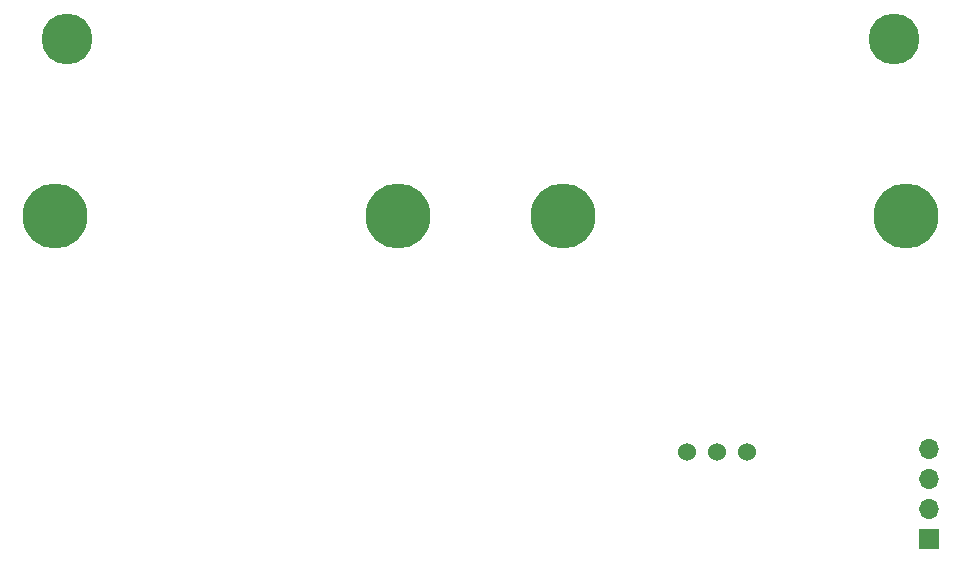
<source format=gbr>
%TF.GenerationSoftware,KiCad,Pcbnew,6.99.0-unknown-c34fb494b1~148~ubuntu20.04.1*%
%TF.CreationDate,2022-06-23T00:09:45+02:00*%
%TF.ProjectId,optimizer,6f707469-6d69-47a6-9572-2e6b69636164,rev?*%
%TF.SameCoordinates,Original*%
%TF.FileFunction,Soldermask,Bot*%
%TF.FilePolarity,Negative*%
%FSLAX46Y46*%
G04 Gerber Fmt 4.6, Leading zero omitted, Abs format (unit mm)*
G04 Created by KiCad (PCBNEW 6.99.0-unknown-c34fb494b1~148~ubuntu20.04.1) date 2022-06-23 00:09:45*
%MOMM*%
%LPD*%
G01*
G04 APERTURE LIST*
%ADD10C,4.300000*%
%ADD11C,5.500000*%
%ADD12C,1.524000*%
%ADD13R,1.700000X1.700000*%
%ADD14O,1.700000X1.700000*%
G04 APERTURE END LIST*
D10*
%TO.C,H1*%
X121000000Y-100000000D03*
%TD*%
%TO.C,H2*%
X191000000Y-100000000D03*
%TD*%
D11*
%TO.C,J2*%
X120000000Y-115000000D03*
%TD*%
D12*
%TO.C,X1*%
X178540000Y-135000000D03*
X176000000Y-135000000D03*
X173460000Y-135000000D03*
%TD*%
D11*
%TO.C,J1*%
X149000000Y-115000000D03*
%TD*%
%TO.C,J4*%
X192000000Y-115000000D03*
%TD*%
D13*
%TO.C,J5*%
X193999999Y-142299999D03*
D14*
X193999999Y-139759999D03*
X193999999Y-137219999D03*
X193999999Y-134679999D03*
%TD*%
D11*
%TO.C,J3*%
X163000000Y-115000000D03*
%TD*%
M02*

</source>
